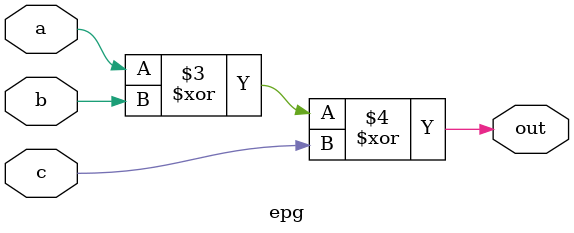
<source format=v>
module epg(
  input a,b,c,
  output out);
  assign out=a^b^c;
endmodule

//Testbench
module epg_tb;
  reg a,b,c;
  wire out;
  epg uut(a,b,c,out);
  initial begin
    repeat(5)begin
     a=$random;b=$random;c=$random;#5;
    end
  end
  initial begin
    $monitor("$time=%0t,a=%b,b=%b,c=%b,out=%b",$time,a,b,c,out);
  end
endmodule

</source>
